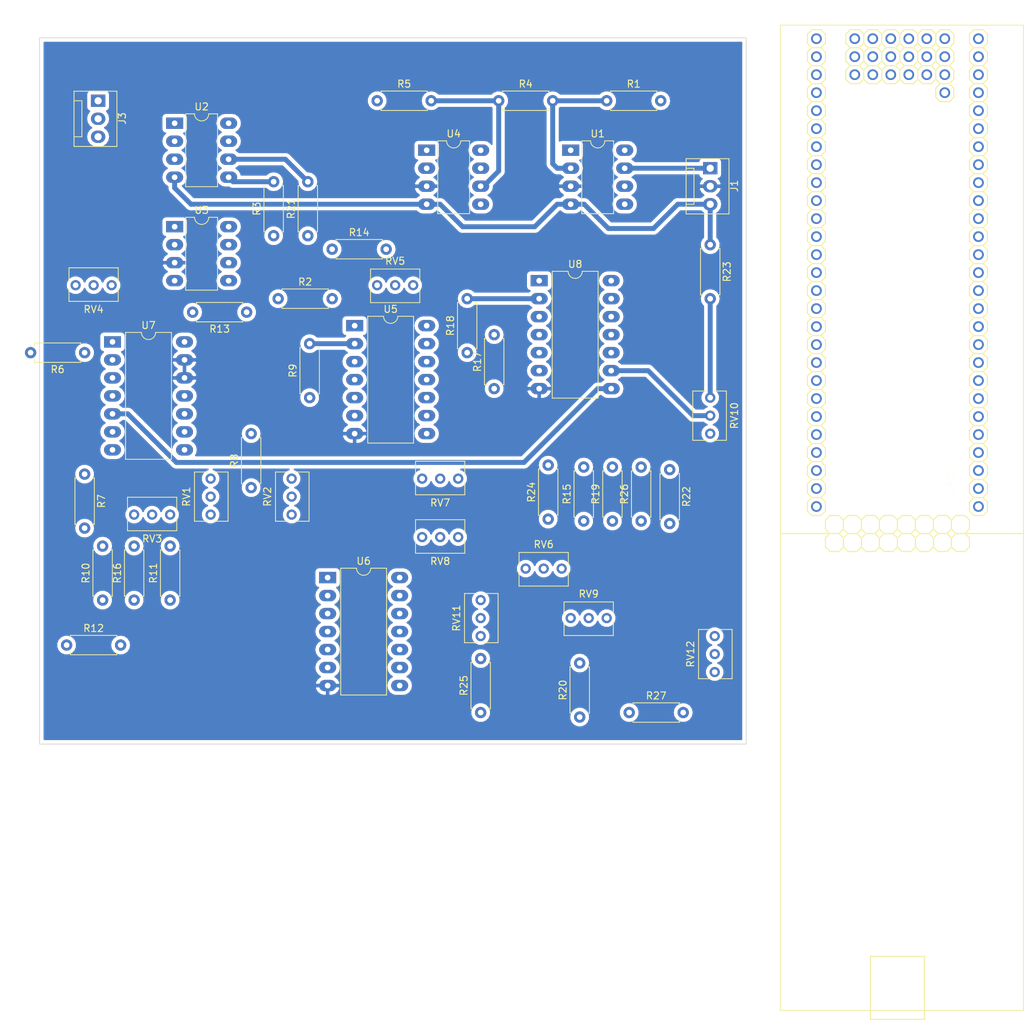
<source format=kicad_pcb>
(kicad_pcb (version 20171130) (host pcbnew "(5.0.2)-1")
  (layers (0 F.Cu signal) (31 B.Cu signal) (34 B.Paste user) (35 F.Paste user) (36 B.SilkS user) (37 F.SilkS user) (38 B.Mask user) (39 F.Mask user) (44 Edge.Cuts user))
  (net 0 "")
  (net 1 -5V)
  (net 2 GND)
  (net 3 +5V)
  (net 4 "Net-(J3-Pad3)")
  (net 5 "Net-(J3-Pad2)")
  (net 6 "Net-(J3-Pad1)")
  (net 7 "Net-(LPC1-Pad73)")
  (net 8 "Net-(LPC1-Pad72)")
  (net 9 "Net-(LPC1-Pad71)")
  (net 10 "Net-(LPC1-Pad70)")
  (net 11 "Net-(LPC1-Pad69)")
  (net 12 "Net-(LPC1-Pad68)")
  (net 13 "Net-(LPC1-Pad67)")
  (net 14 "Net-(LPC1-Pad66)")
  (net 15 "Net-(LPC1-Pad65)")
  (net 16 "Net-(LPC1-Pad64)")
  (net 17 "Net-(LPC1-Pad63)")
  (net 18 "Net-(LPC1-Pad62)")
  (net 19 "Net-(LPC1-Pad61)")
  (net 20 "Net-(LPC1-Pad60)")
  (net 21 "Net-(LPC1-Pad59)")
  (net 22 "Net-(LPC1-Pad58)")
  (net 23 "Net-(LPC1-Pad57)")
  (net 24 "Net-(LPC1-Pad56)")
  (net 25 "Net-(LPC1-Pad55)")
  (net 26 "Net-(LPC1-Pad54)")
  (net 27 "Net-(LPC1-Pad53)")
  (net 28 "Net-(LPC1-Pad52)")
  (net 29 "Net-(LPC1-Pad51)")
  (net 30 "Net-(LPC1-Pad50)")
  (net 31 "Net-(LPC1-Pad49)")
  (net 32 "Net-(LPC1-Pad48)")
  (net 33 "Net-(LPC1-Pad47)")
  (net 34 "Net-(LPC1-Pad46)")
  (net 35 "Net-(LPC1-Pad45)")
  (net 36 "Net-(LPC1-Pad44)")
  (net 37 "Net-(LPC1-Pad43)")
  (net 38 "Net-(LPC1-Pad42)")
  (net 39 "Net-(LPC1-Pad41)")
  (net 40 "Net-(LPC1-Pad40)")
  (net 41 "Net-(LPC1-Pad39)")
  (net 42 "Net-(LPC1-Pad38)")
  (net 43 "Net-(LPC1-Pad37)")
  (net 44 "Net-(LPC1-Pad36)")
  (net 45 "Net-(LPC1-Pad35)")
  (net 46 "Net-(LPC1-Pad34)")
  (net 47 "Net-(LPC1-Pad33)")
  (net 48 "Net-(LPC1-Pad32)")
  (net 49 "Net-(LPC1-Pad31)")
  (net 50 "Net-(LPC1-Pad30)")
  (net 51 "Net-(LPC1-Pad29)")
  (net 52 /LPC/3.3V)
  (net 53 "Net-(LPC1-Pad27)")
  (net 54 "Net-(LPC1-Pad26)")
  (net 55 "Net-(LPC1-Pad25)")
  (net 56 "Net-(LPC1-Pad24)")
  (net 57 "Net-(LPC1-Pad23)")
  (net 58 "Net-(LPC1-Pad22)")
  (net 59 "Net-(LPC1-Pad21)")
  (net 60 "Net-(LPC1-Pad20)")
  (net 61 "Net-(LPC1-Pad19)")
  (net 62 "Net-(LPC1-Pad18)")
  (net 63 "Net-(LPC1-Pad17)")
  (net 64 "Net-(LPC1-Pad16)")
  (net 65 "Net-(LPC1-Pad15)")
  (net 66 "Net-(LPC1-Pad14)")
  (net 67 "Net-(LPC1-Pad13)")
  (net 68 "Net-(LPC1-Pad12)")
  (net 69 "Net-(LPC1-Pad11)")
  (net 70 "Net-(LPC1-Pad10)")
  (net 71 "Net-(LPC1-Pad9)")
  (net 72 "Net-(LPC1-Pad8)")
  (net 73 "Net-(LPC1-Pad7)")
  (net 74 "Net-(LPC1-Pad6)")
  (net 75 "Net-(LPC1-Pad5)")
  (net 76 "Net-(LPC1-Pad4)")
  (net 77 "Net-(LPC1-Pad3)")
  (net 78 "Net-(LPC1-Pad2)")
  (net 79 /LPC/GND)
  (net 80 /salida_dac/I_IN)
  (net 81 "Net-(R1-Pad1)")
  (net 82 /salida_dac/VIN)
  (net 83 "Net-(R2-Pad1)")
  (net 84 "Net-(R3-Pad2)")
  (net 85 "Net-(R4-Pad1)")
  (net 86 /salida_dac/DAC1)
  (net 87 "Net-(R6-Pad1)")
  (net 88 "Net-(R7-Pad2)")
  (net 89 "Net-(R7-Pad1)")
  (net 90 "Net-(R8-Pad2)")
  (net 91 "Net-(R8-Pad1)")
  (net 92 "Net-(R9-Pad2)")
  (net 93 "Net-(R9-Pad1)")
  (net 94 "Net-(R10-Pad1)")
  (net 95 "Net-(R11-Pad2)")
  (net 96 "Net-(R12-Pad2)")
  (net 97 "Net-(R12-Pad1)")
  (net 98 "Net-(R13-Pad2)")
  (net 99 "Net-(R13-Pad1)")
  (net 100 "Net-(R14-Pad1)")
  (net 101 "Net-(R15-Pad1)")
  (net 102 "Net-(R16-Pad2)")
  (net 103 "Net-(R17-Pad2)")
  (net 104 "Net-(R17-Pad1)")
  (net 105 "Net-(R18-Pad2)")
  (net 106 "Net-(R18-Pad1)")
  (net 107 "Net-(R19-Pad1)")
  (net 108 "Net-(R20-Pad2)")
  (net 109 /salida_dac/V_IN)
  (net 110 "Net-(R21-Pad1)")
  (net 111 "Net-(R22-Pad1)")
  (net 112 "Net-(R23-Pad2)")
  (net 113 "Net-(R24-Pad1)")
  (net 114 "Net-(R25-Pad2)")
  (net 115 "Net-(R26-Pad1)")
  (net 116 "Net-(R27-Pad2)")
  (net 117 "Net-(RV3-Pad2)")
  (net 118 "Net-(RV6-Pad2)")
  (net 119 "Net-(RV9-Pad2)")
  (net 120 "Net-(RV10-Pad2)")
  (net 121 "Net-(RV11-Pad2)")
  (net 122 "Net-(RV12-Pad2)")
  (net 123 "Net-(U1-Pad8)")
  (net 124 "Net-(U1-Pad5)")
  (net 125 "Net-(U1-Pad1)")
  (net 126 "Net-(U3-Pad8)")
  (net 127 "Net-(U3-Pad5)")
  (net 128 "Net-(U3-Pad1)")
  (net 129 "Net-(U4-Pad8)")
  (net 130 "Net-(U4-Pad5)")
  (net 131 "Net-(U4-Pad1)")
  (net 132 /salida_dac/SW_I_GAIN2)
  (net 133 /salida_dac/OFF_I_1)
  (net 134 /salida_dac/OFF_I_2)
  (net 135 /salida_dac/SW_I_GAIN1)
  (net 136 /salida_dac/I_ADC)
  (net 137 "Net-(U5-Pad10)")
  (net 138 /salida_dac/SW_GAIN2)
  (net 139 /salida_dac/SW_GAIN1)
  (net 140 "Net-(U7-Pad14)")
  (net 141 /salida_dac/V_ADC)
  (net 142 "Net-(U7-Pad5)")
  (net 143 /salida_dac/SW_V_GAIN2)
  (net 144 /salida_dac/OFF_V_1)
  (net 145 /salida_dac/OFF_V_2)
  (net 146 /salida_dac/SW_V_GAIN1)
  (module Package_DIP:DIP-14_W10.16mm_LongPads (layer F.Cu) (at 387.985 123.19)
    (fp_text reference U8 (at 5.08 -2.33) (layer F.SilkS))
    (fp_text value 4016)
    (pad 14 thru_hole oval (at 10.16 0) (size 2.4 1.6) (drill 0.8) (layers *.Cu *.Mask) (net 3 +5V))
    (pad 7 thru_hole oval (at 0 15.24) (size 2.4 1.6) (drill 0.8) (layers *.Cu *.Mask) (net 2 GND))
    (pad 13 thru_hole oval (at 10.16 2.54) (size 2.4 1.6) (drill 0.8) (layers *.Cu *.Mask) (net 143 /salida_dac/SW_V_GAIN2))
    (pad 6 thru_hole oval (at 0 12.7) (size 2.4 1.6) (drill 0.8) (layers *.Cu *.Mask) (net 144 /salida_dac/OFF_V_1))
    (pad 12 thru_hole oval (at 10.16 5.08) (size 2.4 1.6) (drill 0.8) (layers *.Cu *.Mask) (net 145 /salida_dac/OFF_V_2))
    (pad 5 thru_hole oval (at 0 10.16) (size 2.4 1.6) (drill 0.8) (layers *.Cu *.Mask) (net 146 /salida_dac/SW_V_GAIN1))
    (pad 11 thru_hole oval (at 10.16 7.62) (size 2.4 1.6) (drill 0.8) (layers *.Cu *.Mask) (net 119 "Net-(RV9-Pad2)"))
    (pad 4 thru_hole oval (at 0 7.62) (size 2.4 1.6) (drill 0.8) (layers *.Cu *.Mask) (net 103 "Net-(R17-Pad2)"))
    (pad 10 thru_hole oval (at 10.16 10.16) (size 2.4 1.6) (drill 0.8) (layers *.Cu *.Mask) (net 142 "Net-(U7-Pad5)"))
    (pad 3 thru_hole oval (at 0 5.08) (size 2.4 1.6) (drill 0.8) (layers *.Cu *.Mask) (net 141 /salida_dac/V_ADC))
    (pad 9 thru_hole oval (at 10.16 12.7) (size 2.4 1.6) (drill 0.8) (layers *.Cu *.Mask) (net 120 "Net-(RV10-Pad2)"))
    (pad 2 thru_hole oval (at 0 2.54) (size 2.4 1.6) (drill 0.8) (layers *.Cu *.Mask) (net 105 "Net-(R18-Pad2)"))
    (pad 8 thru_hole oval (at 10.16 15.24) (size 2.4 1.6) (drill 0.8) (layers *.Cu *.Mask) (net 142 "Net-(U7-Pad5)"))
    (pad 1 thru_hole rect (at 0 0) (size 2.4 1.6) (drill 0.8) (layers *.Cu *.Mask) (net 141 /salida_dac/V_ADC))
  )
  (module Package_DIP:DIP-14_W10.16mm_LongPads (layer F.Cu) (at 327.785 131.825)
    (fp_text reference U7 (at 5.08 -2.33) (layer F.SilkS))
    (fp_text value TL064)
    (pad 14 thru_hole oval (at 10.16 0) (size 2.4 1.6) (drill 0.8) (layers *.Cu *.Mask) (net 140 "Net-(U7-Pad14)"))
    (pad 7 thru_hole oval (at 0 15.24) (size 2.4 1.6) (drill 0.8) (layers *.Cu *.Mask) (net 141 /salida_dac/V_ADC))
    (pad 13 thru_hole oval (at 10.16 2.54) (size 2.4 1.6) (drill 0.8) (layers *.Cu *.Mask) (net 2 GND))
    (pad 6 thru_hole oval (at 0 12.7) (size 2.4 1.6) (drill 0.8) (layers *.Cu *.Mask) (net 110 "Net-(R21-Pad1)"))
    (pad 12 thru_hole oval (at 10.16 5.08) (size 2.4 1.6) (drill 0.8) (layers *.Cu *.Mask) (net 2 GND))
    (pad 5 thru_hole oval (at 0 10.16) (size 2.4 1.6) (drill 0.8) (layers *.Cu *.Mask) (net 142 "Net-(U7-Pad5)"))
    (pad 11 thru_hole oval (at 10.16 7.62) (size 2.4 1.6) (drill 0.8) (layers *.Cu *.Mask) (net 1 -5V))
    (pad 4 thru_hole oval (at 0 7.62) (size 2.4 1.6) (drill 0.8) (layers *.Cu *.Mask) (net 3 +5V))
    (pad 10 thru_hole oval (at 10.16 10.16) (size 2.4 1.6) (drill 0.8) (layers *.Cu *.Mask) (net 137 "Net-(U5-Pad10)"))
    (pad 3 thru_hole oval (at 0 5.08) (size 2.4 1.6) (drill 0.8) (layers *.Cu *.Mask) (net 89 "Net-(R7-Pad1)"))
    (pad 9 thru_hole oval (at 10.16 12.7) (size 2.4 1.6) (drill 0.8) (layers *.Cu *.Mask) (net 100 "Net-(R14-Pad1)"))
    (pad 2 thru_hole oval (at 0 2.54) (size 2.4 1.6) (drill 0.8) (layers *.Cu *.Mask) (net 87 "Net-(R6-Pad1)"))
    (pad 8 thru_hole oval (at 10.16 15.24) (size 2.4 1.6) (drill 0.8) (layers *.Cu *.Mask) (net 136 /salida_dac/I_ADC))
    (pad 1 thru_hole rect (at 0 0) (size 2.4 1.6) (drill 0.8) (layers *.Cu *.Mask) (net 82 /salida_dac/VIN))
  )
  (module Package_DIP:DIP-14_W10.16mm_LongPads (layer F.Cu) (at 358.14 165.1)
    (fp_text reference U6 (at 5.08 -2.33) (layer F.SilkS))
    (fp_text value 4016)
    (pad 14 thru_hole oval (at 10.16 0) (size 2.4 1.6) (drill 0.8) (layers *.Cu *.Mask) (net 3 +5V))
    (pad 7 thru_hole oval (at 0 15.24) (size 2.4 1.6) (drill 0.8) (layers *.Cu *.Mask) (net 2 GND))
    (pad 13 thru_hole oval (at 10.16 2.54) (size 2.4 1.6) (drill 0.8) (layers *.Cu *.Mask) (net 138 /salida_dac/SW_GAIN2))
    (pad 6 thru_hole oval (at 0 12.7) (size 2.4 1.6) (drill 0.8) (layers *.Cu *.Mask) (net 133 /salida_dac/OFF_I_1))
    (pad 12 thru_hole oval (at 10.16 5.08) (size 2.4 1.6) (drill 0.8) (layers *.Cu *.Mask) (net 134 /salida_dac/OFF_I_2))
    (pad 5 thru_hole oval (at 0 10.16) (size 2.4 1.6) (drill 0.8) (layers *.Cu *.Mask) (net 139 /salida_dac/SW_GAIN1))
    (pad 11 thru_hole oval (at 10.16 7.62) (size 2.4 1.6) (drill 0.8) (layers *.Cu *.Mask) (net 121 "Net-(RV11-Pad2)"))
    (pad 4 thru_hole oval (at 0 7.62) (size 2.4 1.6) (drill 0.8) (layers *.Cu *.Mask) (net 96 "Net-(R12-Pad2)"))
    (pad 10 thru_hole oval (at 10.16 10.16) (size 2.4 1.6) (drill 0.8) (layers *.Cu *.Mask) (net 88 "Net-(R7-Pad2)"))
    (pad 3 thru_hole oval (at 0 5.08) (size 2.4 1.6) (drill 0.8) (layers *.Cu *.Mask) (net 87 "Net-(R6-Pad1)"))
    (pad 9 thru_hole oval (at 10.16 12.7) (size 2.4 1.6) (drill 0.8) (layers *.Cu *.Mask) (net 88 "Net-(R7-Pad2)"))
    (pad 2 thru_hole oval (at 0 2.54) (size 2.4 1.6) (drill 0.8) (layers *.Cu *.Mask) (net 98 "Net-(R13-Pad2)"))
    (pad 8 thru_hole oval (at 10.16 15.24) (size 2.4 1.6) (drill 0.8) (layers *.Cu *.Mask) (net 122 "Net-(RV12-Pad2)"))
    (pad 1 thru_hole rect (at 0 0) (size 2.4 1.6) (drill 0.8) (layers *.Cu *.Mask) (net 87 "Net-(R6-Pad1)"))
  )
  (module Package_DIP:DIP-14_W10.16mm_LongPads (layer F.Cu) (at 361.95 129.54)
    (fp_text reference U5 (at 5.08 -2.33) (layer F.SilkS))
    (fp_text value 4016)
    (pad 14 thru_hole oval (at 10.16 0) (size 2.4 1.6) (drill 0.8) (layers *.Cu *.Mask) (net 3 +5V))
    (pad 7 thru_hole oval (at 0 15.24) (size 2.4 1.6) (drill 0.8) (layers *.Cu *.Mask) (net 2 GND))
    (pad 13 thru_hole oval (at 10.16 2.54) (size 2.4 1.6) (drill 0.8) (layers *.Cu *.Mask) (net 132 /salida_dac/SW_I_GAIN2))
    (pad 6 thru_hole oval (at 0 12.7) (size 2.4 1.6) (drill 0.8) (layers *.Cu *.Mask) (net 133 /salida_dac/OFF_I_1))
    (pad 12 thru_hole oval (at 10.16 5.08) (size 2.4 1.6) (drill 0.8) (layers *.Cu *.Mask) (net 134 /salida_dac/OFF_I_2))
    (pad 5 thru_hole oval (at 0 10.16) (size 2.4 1.6) (drill 0.8) (layers *.Cu *.Mask) (net 135 /salida_dac/SW_I_GAIN1))
    (pad 11 thru_hole oval (at 10.16 7.62) (size 2.4 1.6) (drill 0.8) (layers *.Cu *.Mask) (net 117 "Net-(RV3-Pad2)"))
    (pad 4 thru_hole oval (at 0 7.62) (size 2.4 1.6) (drill 0.8) (layers *.Cu *.Mask) (net 136 /salida_dac/I_ADC))
    (pad 10 thru_hole oval (at 10.16 10.16) (size 2.4 1.6) (drill 0.8) (layers *.Cu *.Mask) (net 137 "Net-(U5-Pad10)"))
    (pad 3 thru_hole oval (at 0 5.08) (size 2.4 1.6) (drill 0.8) (layers *.Cu *.Mask) (net 90 "Net-(R8-Pad2)"))
    (pad 9 thru_hole oval (at 10.16 12.7) (size 2.4 1.6) (drill 0.8) (layers *.Cu *.Mask) (net 118 "Net-(RV6-Pad2)"))
    (pad 2 thru_hole oval (at 0 2.54) (size 2.4 1.6) (drill 0.8) (layers *.Cu *.Mask) (net 92 "Net-(R9-Pad2)"))
    (pad 8 thru_hole oval (at 10.16 15.24) (size 2.4 1.6) (drill 0.8) (layers *.Cu *.Mask) (net 137 "Net-(U5-Pad10)"))
    (pad 1 thru_hole rect (at 0 0) (size 2.4 1.6) (drill 0.8) (layers *.Cu *.Mask) (net 136 /salida_dac/I_ADC))
  )
  (module Package_DIP:DIP-8_W7.62mm_LongPads (layer F.Cu) (at 372.11 104.775)
    (fp_text reference U4 (at 3.81 -2.33) (layer F.SilkS))
    (fp_text value OP77)
    (pad 8 thru_hole oval (at 7.62 0) (size 2.4 1.6) (drill 0.8) (layers *.Cu *.Mask) (net 129 "Net-(U4-Pad8)"))
    (pad 4 thru_hole oval (at 0 7.62) (size 2.4 1.6) (drill 0.8) (layers *.Cu *.Mask) (net 1 -5V))
    (pad 7 thru_hole oval (at 7.62 2.54) (size 2.4 1.6) (drill 0.8) (layers *.Cu *.Mask) (net 3 +5V))
    (pad 3 thru_hole oval (at 0 5.08) (size 2.4 1.6) (drill 0.8) (layers *.Cu *.Mask) (net 2 GND))
    (pad 6 thru_hole oval (at 7.62 5.08) (size 2.4 1.6) (drill 0.8) (layers *.Cu *.Mask) (net 85 "Net-(R4-Pad1)"))
    (pad 2 thru_hole oval (at 0 2.54) (size 2.4 1.6) (drill 0.8) (layers *.Cu *.Mask) (net 6 "Net-(J3-Pad1)"))
    (pad 5 thru_hole oval (at 7.62 7.62) (size 2.4 1.6) (drill 0.8) (layers *.Cu *.Mask) (net 130 "Net-(U4-Pad5)"))
    (pad 1 thru_hole rect (at 0 0) (size 2.4 1.6) (drill 0.8) (layers *.Cu *.Mask) (net 131 "Net-(U4-Pad1)"))
  )
  (module Package_DIP:DIP-8_W7.62mm_LongPads (layer F.Cu) (at 336.55 115.57)
    (fp_text reference U3 (at 3.81 -2.33) (layer F.SilkS))
    (fp_text value OP77)
    (pad 8 thru_hole oval (at 7.62 0) (size 2.4 1.6) (drill 0.8) (layers *.Cu *.Mask) (net 126 "Net-(U3-Pad8)"))
    (pad 4 thru_hole oval (at 0 7.62) (size 2.4 1.6) (drill 0.8) (layers *.Cu *.Mask) (net 1 -5V))
    (pad 7 thru_hole oval (at 7.62 2.54) (size 2.4 1.6) (drill 0.8) (layers *.Cu *.Mask) (net 3 +5V))
    (pad 3 thru_hole oval (at 0 5.08) (size 2.4 1.6) (drill 0.8) (layers *.Cu *.Mask) (net 2 GND))
    (pad 6 thru_hole oval (at 7.62 5.08) (size 2.4 1.6) (drill 0.8) (layers *.Cu *.Mask) (net 4 "Net-(J3-Pad3)"))
    (pad 2 thru_hole oval (at 0 2.54) (size 2.4 1.6) (drill 0.8) (layers *.Cu *.Mask) (net 83 "Net-(R2-Pad1)"))
    (pad 5 thru_hole oval (at 7.62 7.62) (size 2.4 1.6) (drill 0.8) (layers *.Cu *.Mask) (net 127 "Net-(U3-Pad5)"))
    (pad 1 thru_hole rect (at 0 0) (size 2.4 1.6) (drill 0.8) (layers *.Cu *.Mask) (net 128 "Net-(U3-Pad1)"))
  )
  (module Package_DIP:DIP-8_W7.62mm_LongPads (layer F.Cu) (at 336.55 100.965)
    (fp_text reference U2 (at 3.81 -2.33) (layer F.SilkS))
    (fp_text value TL082)
    (pad 8 thru_hole oval (at 7.62 0) (size 2.4 1.6) (drill 0.8) (layers *.Cu *.Mask) (net 3 +5V))
    (pad 4 thru_hole oval (at 0 7.62) (size 2.4 1.6) (drill 0.8) (layers *.Cu *.Mask) (net 1 -5V))
    (pad 7 thru_hole oval (at 7.62 2.54) (size 2.4 1.6) (drill 0.8) (layers *.Cu *.Mask) (net 109 /salida_dac/V_IN))
    (pad 3 thru_hole oval (at 0 5.08) (size 2.4 1.6) (drill 0.8) (layers *.Cu *.Mask) (net 5 "Net-(J3-Pad2)"))
    (pad 6 thru_hole oval (at 7.62 5.08) (size 2.4 1.6) (drill 0.8) (layers *.Cu *.Mask) (net 109 /salida_dac/V_IN))
    (pad 2 thru_hole oval (at 0 2.54) (size 2.4 1.6) (drill 0.8) (layers *.Cu *.Mask) (net 84 "Net-(R3-Pad2)"))
    (pad 5 thru_hole oval (at 7.62 7.62) (size 2.4 1.6) (drill 0.8) (layers *.Cu *.Mask) (net 84 "Net-(R3-Pad2)"))
    (pad 1 thru_hole rect (at 0 0) (size 2.4 1.6) (drill 0.8) (layers *.Cu *.Mask) (net 84 "Net-(R3-Pad2)"))
  )
  (module Package_DIP:DIP-8_W7.62mm_LongPads (layer F.Cu) (at 392.43 104.775)
    (fp_text reference U1 (at 3.81 -2.33) (layer F.SilkS))
    (fp_text value OP77)
    (pad 8 thru_hole oval (at 7.62 0) (size 2.4 1.6) (drill 0.8) (layers *.Cu *.Mask) (net 123 "Net-(U1-Pad8)"))
    (pad 4 thru_hole oval (at 0 7.62) (size 2.4 1.6) (drill 0.8) (layers *.Cu *.Mask) (net 1 -5V))
    (pad 7 thru_hole oval (at 7.62 2.54) (size 2.4 1.6) (drill 0.8) (layers *.Cu *.Mask) (net 3 +5V))
    (pad 3 thru_hole oval (at 0 5.08) (size 2.4 1.6) (drill 0.8) (layers *.Cu *.Mask) (net 2 GND))
    (pad 6 thru_hole oval (at 7.62 5.08) (size 2.4 1.6) (drill 0.8) (layers *.Cu *.Mask) (net 80 /salida_dac/I_IN))
    (pad 2 thru_hole oval (at 0 2.54) (size 2.4 1.6) (drill 0.8) (layers *.Cu *.Mask) (net 81 "Net-(R1-Pad1)"))
    (pad 5 thru_hole oval (at 7.62 7.62) (size 2.4 1.6) (drill 0.8) (layers *.Cu *.Mask) (net 124 "Net-(U1-Pad5)"))
    (pad 1 thru_hole rect (at 0 0) (size 2.4 1.6) (drill 0.8) (layers *.Cu *.Mask) (net 125 "Net-(U1-Pad1)"))
  )
  (module Potentiometer_THT:Potentiometer_Bourns_3266Y_Vertical (layer F.Cu) (at 412.75 173.355 90)
    (fp_text reference RV12 (at -2.54 -3.41 90) (layer F.SilkS))
    (fp_text value R_POT)
    (pad 3 thru_hole circle (at -5.08 0 90) (size 1.44 1.44) (drill 0.8) (layers *.Cu *.Mask) (net 116 "Net-(R27-Pad2)"))
    (pad 2 thru_hole circle (at -2.54 0 90) (size 1.44 1.44) (drill 0.8) (layers *.Cu *.Mask) (net 122 "Net-(RV12-Pad2)"))
    (pad 1 thru_hole circle (at 0 0 90) (size 1.44 1.44) (drill 0.8) (layers *.Cu *.Mask) (net 115 "Net-(R26-Pad1)"))
  )
  (module Potentiometer_THT:Potentiometer_Bourns_3266Y_Vertical (layer F.Cu) (at 379.73 168.275 90)
    (fp_text reference RV11 (at -2.54 -3.41 90) (layer F.SilkS))
    (fp_text value R_POT)
    (pad 3 thru_hole circle (at -5.08 0 90) (size 1.44 1.44) (drill 0.8) (layers *.Cu *.Mask) (net 114 "Net-(R25-Pad2)"))
    (pad 2 thru_hole circle (at -2.54 0 90) (size 1.44 1.44) (drill 0.8) (layers *.Cu *.Mask) (net 121 "Net-(RV11-Pad2)"))
    (pad 1 thru_hole circle (at 0 0 90) (size 1.44 1.44) (drill 0.8) (layers *.Cu *.Mask) (net 113 "Net-(R24-Pad1)"))
  )
  (module Potentiometer_THT:Potentiometer_Bourns_3266Y_Vertical (layer F.Cu) (at 412.115 144.78 270)
    (fp_text reference RV10 (at -2.54 -3.41 90) (layer F.SilkS))
    (fp_text value R_POT)
    (pad 3 thru_hole circle (at -5.08 0 270) (size 1.44 1.44) (drill 0.8) (layers *.Cu *.Mask) (net 112 "Net-(R23-Pad2)"))
    (pad 2 thru_hole circle (at -2.54 0 270) (size 1.44 1.44) (drill 0.8) (layers *.Cu *.Mask) (net 120 "Net-(RV10-Pad2)"))
    (pad 1 thru_hole circle (at 0 0 270) (size 1.44 1.44) (drill 0.8) (layers *.Cu *.Mask) (net 111 "Net-(R22-Pad1)"))
  )
  (module Potentiometer_THT:Potentiometer_Bourns_3266Y_Vertical (layer F.Cu) (at 397.51 170.815)
    (fp_text reference RV9 (at -2.54 -3.41) (layer F.SilkS))
    (fp_text value R_POT)
    (pad 3 thru_hole circle (at -5.08 0) (size 1.44 1.44) (drill 0.8) (layers *.Cu *.Mask) (net 108 "Net-(R20-Pad2)"))
    (pad 2 thru_hole circle (at -2.54 0) (size 1.44 1.44) (drill 0.8) (layers *.Cu *.Mask) (net 119 "Net-(RV9-Pad2)"))
    (pad 1 thru_hole circle (at 0 0) (size 1.44 1.44) (drill 0.8) (layers *.Cu *.Mask) (net 107 "Net-(R19-Pad1)"))
  )
  (module Potentiometer_THT:Potentiometer_Bourns_3266Y_Vertical (layer F.Cu) (at 371.475 159.385 180)
    (fp_text reference RV8 (at -2.54 -3.41) (layer F.SilkS))
    (fp_text value R_POT)
    (pad 3 thru_hole circle (at -5.08 0 180) (size 1.44 1.44) (drill 0.8) (layers *.Cu *.Mask) (net 110 "Net-(R21-Pad1)"))
    (pad 2 thru_hole circle (at -2.54 0 180) (size 1.44 1.44) (drill 0.8) (layers *.Cu *.Mask) (net 110 "Net-(R21-Pad1)"))
    (pad 1 thru_hole circle (at 0 0 180) (size 1.44 1.44) (drill 0.8) (layers *.Cu *.Mask) (net 106 "Net-(R18-Pad1)"))
  )
  (module Potentiometer_THT:Potentiometer_Bourns_3266Y_Vertical (layer F.Cu) (at 371.475 151.13 180)
    (fp_text reference RV7 (at -2.54 -3.41) (layer F.SilkS))
    (fp_text value R_POT)
    (pad 3 thru_hole circle (at -5.08 0 180) (size 1.44 1.44) (drill 0.8) (layers *.Cu *.Mask) (net 110 "Net-(R21-Pad1)"))
    (pad 2 thru_hole circle (at -2.54 0 180) (size 1.44 1.44) (drill 0.8) (layers *.Cu *.Mask) (net 110 "Net-(R21-Pad1)"))
    (pad 1 thru_hole circle (at 0 0 180) (size 1.44 1.44) (drill 0.8) (layers *.Cu *.Mask) (net 104 "Net-(R17-Pad1)"))
  )
  (module Potentiometer_THT:Potentiometer_Bourns_3266Y_Vertical (layer F.Cu) (at 391.16 163.83)
    (fp_text reference RV6 (at -2.54 -3.41) (layer F.SilkS))
    (fp_text value R_POT)
    (pad 3 thru_hole circle (at -5.08 0) (size 1.44 1.44) (drill 0.8) (layers *.Cu *.Mask) (net 102 "Net-(R16-Pad2)"))
    (pad 2 thru_hole circle (at -2.54 0) (size 1.44 1.44) (drill 0.8) (layers *.Cu *.Mask) (net 118 "Net-(RV6-Pad2)"))
    (pad 1 thru_hole circle (at 0 0) (size 1.44 1.44) (drill 0.8) (layers *.Cu *.Mask) (net 101 "Net-(R15-Pad1)"))
  )
  (module Potentiometer_THT:Potentiometer_Bourns_3266Y_Vertical (layer F.Cu) (at 370.205 123.825)
    (fp_text reference RV5 (at -2.54 -3.41) (layer F.SilkS))
    (fp_text value R_POT)
    (pad 3 thru_hole circle (at -5.08 0) (size 1.44 1.44) (drill 0.8) (layers *.Cu *.Mask) (net 82 /salida_dac/VIN))
    (pad 2 thru_hole circle (at -2.54 0) (size 1.44 1.44) (drill 0.8) (layers *.Cu *.Mask) (net 82 /salida_dac/VIN))
    (pad 1 thru_hole circle (at 0 0) (size 1.44 1.44) (drill 0.8) (layers *.Cu *.Mask) (net 99 "Net-(R13-Pad1)"))
  )
  (module Potentiometer_THT:Potentiometer_Bourns_3266Y_Vertical (layer F.Cu) (at 322.58 123.825 180)
    (fp_text reference RV4 (at -2.54 -3.41) (layer F.SilkS))
    (fp_text value R_POT)
    (pad 3 thru_hole circle (at -5.08 0 180) (size 1.44 1.44) (drill 0.8) (layers *.Cu *.Mask) (net 82 /salida_dac/VIN))
    (pad 2 thru_hole circle (at -2.54 0 180) (size 1.44 1.44) (drill 0.8) (layers *.Cu *.Mask) (net 82 /salida_dac/VIN))
    (pad 1 thru_hole circle (at 0 0 180) (size 1.44 1.44) (drill 0.8) (layers *.Cu *.Mask) (net 97 "Net-(R12-Pad1)"))
  )
  (module Potentiometer_THT:Potentiometer_Bourns_3266Y_Vertical (layer F.Cu) (at 330.835 156.21 180)
    (fp_text reference RV3 (at -2.54 -3.41) (layer F.SilkS))
    (fp_text value R_POT)
    (pad 3 thru_hole circle (at -5.08 0 180) (size 1.44 1.44) (drill 0.8) (layers *.Cu *.Mask) (net 95 "Net-(R11-Pad2)"))
    (pad 2 thru_hole circle (at -2.54 0 180) (size 1.44 1.44) (drill 0.8) (layers *.Cu *.Mask) (net 117 "Net-(RV3-Pad2)"))
    (pad 1 thru_hole circle (at 0 0 180) (size 1.44 1.44) (drill 0.8) (layers *.Cu *.Mask) (net 94 "Net-(R10-Pad1)"))
  )
  (module Potentiometer_THT:Potentiometer_Bourns_3266Y_Vertical (layer F.Cu) (at 353.06 151.13 90)
    (fp_text reference RV2 (at -2.54 -3.41 90) (layer F.SilkS))
    (fp_text value R_POT)
    (pad 3 thru_hole circle (at -5.08 0 90) (size 1.44 1.44) (drill 0.8) (layers *.Cu *.Mask) (net 100 "Net-(R14-Pad1)"))
    (pad 2 thru_hole circle (at -2.54 0 90) (size 1.44 1.44) (drill 0.8) (layers *.Cu *.Mask) (net 100 "Net-(R14-Pad1)"))
    (pad 1 thru_hole circle (at 0 0 90) (size 1.44 1.44) (drill 0.8) (layers *.Cu *.Mask) (net 93 "Net-(R9-Pad1)"))
  )
  (module Potentiometer_THT:Potentiometer_Bourns_3266Y_Vertical (layer F.Cu) (at 341.63 151.13 90)
    (fp_text reference RV1 (at -2.54 -3.41 90) (layer F.SilkS))
    (fp_text value R_POT)
    (pad 3 thru_hole circle (at -5.08 0 90) (size 1.44 1.44) (drill 0.8) (layers *.Cu *.Mask) (net 100 "Net-(R14-Pad1)"))
    (pad 2 thru_hole circle (at -2.54 0 90) (size 1.44 1.44) (drill 0.8) (layers *.Cu *.Mask) (net 100 "Net-(R14-Pad1)"))
    (pad 1 thru_hole circle (at 0 0 90) (size 1.44 1.44) (drill 0.8) (layers *.Cu *.Mask) (net 91 "Net-(R8-Pad1)"))
  )
  (module Resistor_THT:R_Axial_DIN0207_L6.3mm_D2.5mm_P7.62mm_Horizontal (layer F.Cu) (at 400.685 184.15)
    (fp_text reference R27 (at 3.81 -2.37) (layer F.SilkS))
    (fp_text value R)
    (pad 2 thru_hole oval (at 7.62 0) (size 1.6 1.6) (drill 0.8) (layers *.Cu *.Mask) (net 116 "Net-(R27-Pad2)"))
    (pad 1 thru_hole circle (at 0 0) (size 1.6 1.6) (drill 0.8) (layers *.Cu *.Mask) (net 1 -5V))
  )
  (module Resistor_THT:R_Axial_DIN0207_L6.3mm_D2.5mm_P7.62mm_Horizontal (layer F.Cu) (at 402.37 157.115 90)
    (fp_text reference R26 (at 3.81 -2.37 90) (layer F.SilkS))
    (fp_text value R)
    (pad 2 thru_hole oval (at 7.62 0 90) (size 1.6 1.6) (drill 0.8) (layers *.Cu *.Mask) (net 3 +5V))
    (pad 1 thru_hole circle (at 0 0 90) (size 1.6 1.6) (drill 0.8) (layers *.Cu *.Mask) (net 115 "Net-(R26-Pad1)"))
  )
  (module Resistor_THT:R_Axial_DIN0207_L6.3mm_D2.5mm_P7.62mm_Horizontal (layer F.Cu) (at 379.73 184.15 90)
    (fp_text reference R25 (at 3.81 -2.37 90) (layer F.SilkS))
    (fp_text value R)
    (pad 2 thru_hole oval (at 7.62 0 90) (size 1.6 1.6) (drill 0.8) (layers *.Cu *.Mask) (net 114 "Net-(R25-Pad2)"))
    (pad 1 thru_hole circle (at 0 0 90) (size 1.6 1.6) (drill 0.8) (layers *.Cu *.Mask) (net 1 -5V))
  )
  (module Resistor_THT:R_Axial_DIN0207_L6.3mm_D2.5mm_P7.62mm_Horizontal (layer F.Cu) (at 389.255 156.845 90)
    (fp_text reference R24 (at 3.81 -2.37 90) (layer F.SilkS))
    (fp_text value R)
    (pad 2 thru_hole oval (at 7.62 0 90) (size 1.6 1.6) (drill 0.8) (layers *.Cu *.Mask) (net 3 +5V))
    (pad 1 thru_hole circle (at 0 0 90) (size 1.6 1.6) (drill 0.8) (layers *.Cu *.Mask) (net 113 "Net-(R24-Pad1)"))
  )
  (module Resistor_THT:R_Axial_DIN0207_L6.3mm_D2.5mm_P7.62mm_Horizontal (layer F.Cu) (at 412.115 118.11 270)
    (fp_text reference R23 (at 3.81 -2.37 90) (layer F.SilkS))
    (fp_text value R)
    (pad 2 thru_hole oval (at 7.62 0 270) (size 1.6 1.6) (drill 0.8) (layers *.Cu *.Mask) (net 112 "Net-(R23-Pad2)"))
    (pad 1 thru_hole circle (at 0 0 270) (size 1.6 1.6) (drill 0.8) (layers *.Cu *.Mask) (net 1 -5V))
  )
  (module Resistor_THT:R_Axial_DIN0207_L6.3mm_D2.5mm_P7.62mm_Horizontal (layer F.Cu) (at 406.4 149.86 270)
    (fp_text reference R22 (at 3.81 -2.37 90) (layer F.SilkS))
    (fp_text value R)
    (pad 2 thru_hole oval (at 7.62 0 270) (size 1.6 1.6) (drill 0.8) (layers *.Cu *.Mask) (net 3 +5V))
    (pad 1 thru_hole circle (at 0 0 270) (size 1.6 1.6) (drill 0.8) (layers *.Cu *.Mask) (net 111 "Net-(R22-Pad1)"))
  )
  (module Resistor_THT:R_Axial_DIN0207_L6.3mm_D2.5mm_P7.62mm_Horizontal (layer F.Cu) (at 355.346 116.84 90)
    (fp_text reference R21 (at 3.81 -2.37 -90) (layer F.SilkS))
    (fp_text value R)
    (pad 2 thru_hole oval (at 7.62 0 90) (size 1.6 1.6) (drill 0.8) (layers *.Cu *.Mask) (net 109 /salida_dac/V_IN))
    (pad 1 thru_hole circle (at 0 0 90) (size 1.6 1.6) (drill 0.8) (layers *.Cu *.Mask) (net 110 "Net-(R21-Pad1)"))
  )
  (module Resistor_THT:R_Axial_DIN0207_L6.3mm_D2.5mm_P7.62mm_Horizontal (layer F.Cu) (at 393.7 184.785 90)
    (fp_text reference R20 (at 3.81 -2.37 90) (layer F.SilkS))
    (fp_text value R)
    (pad 2 thru_hole oval (at 7.62 0 90) (size 1.6 1.6) (drill 0.8) (layers *.Cu *.Mask) (net 108 "Net-(R20-Pad2)"))
    (pad 1 thru_hole circle (at 0 0 90) (size 1.6 1.6) (drill 0.8) (layers *.Cu *.Mask) (net 1 -5V))
  )
  (module Resistor_THT:R_Axial_DIN0207_L6.3mm_D2.5mm_P7.62mm_Horizontal (layer F.Cu) (at 398.32 157.115 90)
    (fp_text reference R19 (at 3.81 -2.37 90) (layer F.SilkS))
    (fp_text value R)
    (pad 2 thru_hole oval (at 7.62 0 90) (size 1.6 1.6) (drill 0.8) (layers *.Cu *.Mask) (net 3 +5V))
    (pad 1 thru_hole circle (at 0 0 90) (size 1.6 1.6) (drill 0.8) (layers *.Cu *.Mask) (net 107 "Net-(R19-Pad1)"))
  )
  (module Resistor_THT:R_Axial_DIN0207_L6.3mm_D2.5mm_P7.62mm_Horizontal (layer F.Cu) (at 377.825 133.35 90)
    (fp_text reference R18 (at 3.81 -2.37 90) (layer F.SilkS))
    (fp_text value R)
    (pad 2 thru_hole oval (at 7.62 0 90) (size 1.6 1.6) (drill 0.8) (layers *.Cu *.Mask) (net 105 "Net-(R18-Pad2)"))
    (pad 1 thru_hole circle (at 0 0 90) (size 1.6 1.6) (drill 0.8) (layers *.Cu *.Mask) (net 106 "Net-(R18-Pad1)"))
  )
  (module Resistor_THT:R_Axial_DIN0207_L6.3mm_D2.5mm_P7.62mm_Horizontal (layer F.Cu) (at 381.635 138.43 90)
    (fp_text reference R17 (at 3.81 -2.37 90) (layer F.SilkS))
    (fp_text value R)
    (pad 2 thru_hole oval (at 7.62 0 90) (size 1.6 1.6) (drill 0.8) (layers *.Cu *.Mask) (net 103 "Net-(R17-Pad2)"))
    (pad 1 thru_hole circle (at 0 0 90) (size 1.6 1.6) (drill 0.8) (layers *.Cu *.Mask) (net 104 "Net-(R17-Pad1)"))
  )
  (module Resistor_THT:R_Axial_DIN0207_L6.3mm_D2.5mm_P7.62mm_Horizontal (layer F.Cu) (at 330.835 168.275 90)
    (fp_text reference R16 (at 3.81 -2.37 90) (layer F.SilkS))
    (fp_text value R)
    (pad 2 thru_hole oval (at 7.62 0 90) (size 1.6 1.6) (drill 0.8) (layers *.Cu *.Mask) (net 102 "Net-(R16-Pad2)"))
    (pad 1 thru_hole circle (at 0 0 90) (size 1.6 1.6) (drill 0.8) (layers *.Cu *.Mask) (net 1 -5V))
  )
  (module Resistor_THT:R_Axial_DIN0207_L6.3mm_D2.5mm_P7.62mm_Horizontal (layer F.Cu) (at 394.27 157.115 90)
    (fp_text reference R15 (at 3.81 -2.37 90) (layer F.SilkS))
    (fp_text value R)
    (pad 2 thru_hole oval (at 7.62 0 90) (size 1.6 1.6) (drill 0.8) (layers *.Cu *.Mask) (net 3 +5V))
    (pad 1 thru_hole circle (at 0 0 90) (size 1.6 1.6) (drill 0.8) (layers *.Cu *.Mask) (net 101 "Net-(R15-Pad1)"))
  )
  (module Resistor_THT:R_Axial_DIN0207_L6.3mm_D2.5mm_P7.62mm_Horizontal (layer F.Cu) (at 358.775 118.745)
    (fp_text reference R14 (at 3.81 -2.37) (layer F.SilkS))
    (fp_text value R)
    (pad 2 thru_hole oval (at 7.62 0) (size 1.6 1.6) (drill 0.8) (layers *.Cu *.Mask) (net 80 /salida_dac/I_IN))
    (pad 1 thru_hole circle (at 0 0) (size 1.6 1.6) (drill 0.8) (layers *.Cu *.Mask) (net 100 "Net-(R14-Pad1)"))
  )
  (module Resistor_THT:R_Axial_DIN0207_L6.3mm_D2.5mm_P7.62mm_Horizontal (layer F.Cu) (at 346.71 127.635 180)
    (fp_text reference R13 (at 3.81 -2.37) (layer F.SilkS))
    (fp_text value R)
    (pad 2 thru_hole oval (at 7.62 0 180) (size 1.6 1.6) (drill 0.8) (layers *.Cu *.Mask) (net 98 "Net-(R13-Pad2)"))
    (pad 1 thru_hole circle (at 0 0 180) (size 1.6 1.6) (drill 0.8) (layers *.Cu *.Mask) (net 99 "Net-(R13-Pad1)"))
  )
  (module Resistor_THT:R_Axial_DIN0207_L6.3mm_D2.5mm_P7.62mm_Horizontal (layer F.Cu) (at 321.31 174.625)
    (fp_text reference R12 (at 3.81 -2.37) (layer F.SilkS))
    (fp_text value R)
    (pad 2 thru_hole oval (at 7.62 0) (size 1.6 1.6) (drill 0.8) (layers *.Cu *.Mask) (net 96 "Net-(R12-Pad2)"))
    (pad 1 thru_hole circle (at 0 0) (size 1.6 1.6) (drill 0.8) (layers *.Cu *.Mask) (net 97 "Net-(R12-Pad1)"))
  )
  (module Resistor_THT:R_Axial_DIN0207_L6.3mm_D2.5mm_P7.62mm_Horizontal (layer F.Cu) (at 335.915 168.275 90)
    (fp_text reference R11 (at 3.81 -2.37 90) (layer F.SilkS))
    (fp_text value R)
    (pad 2 thru_hole oval (at 7.62 0 90) (size 1.6 1.6) (drill 0.8) (layers *.Cu *.Mask) (net 95 "Net-(R11-Pad2)"))
    (pad 1 thru_hole circle (at 0 0 90) (size 1.6 1.6) (drill 0.8) (layers *.Cu *.Mask) (net 1 -5V))
  )
  (module Resistor_THT:R_Axial_DIN0207_L6.3mm_D2.5mm_P7.62mm_Horizontal (layer F.Cu) (at 326.39 168.275 90)
    (fp_text reference R10 (at 3.81 -2.37 90) (layer F.SilkS))
    (fp_text value R)
    (pad 2 thru_hole oval (at 7.62 0 90) (size 1.6 1.6) (drill 0.8) (layers *.Cu *.Mask) (net 3 +5V))
    (pad 1 thru_hole circle (at 0 0 90) (size 1.6 1.6) (drill 0.8) (layers *.Cu *.Mask) (net 94 "Net-(R10-Pad1)"))
  )
  (module Resistor_THT:R_Axial_DIN0207_L6.3mm_D2.5mm_P7.62mm_Horizontal (layer F.Cu) (at 355.6 139.7 90)
    (fp_text reference R9 (at 3.81 -2.37 90) (layer F.SilkS))
    (fp_text value R)
    (pad 2 thru_hole oval (at 7.62 0 90) (size 1.6 1.6) (drill 0.8) (layers *.Cu *.Mask) (net 92 "Net-(R9-Pad2)"))
    (pad 1 thru_hole circle (at 0 0 90) (size 1.6 1.6) (drill 0.8) (layers *.Cu *.Mask) (net 93 "Net-(R9-Pad1)"))
  )
  (module Resistor_THT:R_Axial_DIN0207_L6.3mm_D2.5mm_P7.62mm_Horizontal (layer F.Cu) (at 347.345 152.4 90)
    (fp_text reference R8 (at 3.81 -2.37 90) (layer F.SilkS))
    (fp_text value R)
    (pad 2 thru_hole oval (at 7.62 0 90) (size 1.6 1.6) (drill 0.8) (layers *.Cu *.Mask) (net 90 "Net-(R8-Pad2)"))
    (pad 1 thru_hole circle (at 0 0 90) (size 1.6 1.6) (drill 0.8) (layers *.Cu *.Mask) (net 91 "Net-(R8-Pad1)"))
  )
  (module Resistor_THT:R_Axial_DIN0207_L6.3mm_D2.5mm_P7.62mm_Horizontal (layer F.Cu) (at 323.85 150.495 270)
    (fp_text reference R7 (at 3.81 -2.37 90) (layer F.SilkS))
    (fp_text value R)
    (pad 2 thru_hole oval (at 7.62 0 270) (size 1.6 1.6) (drill 0.8) (layers *.Cu *.Mask) (net 88 "Net-(R7-Pad2)"))
    (pad 1 thru_hole circle (at 0 0 270) (size 1.6 1.6) (drill 0.8) (layers *.Cu *.Mask) (net 89 "Net-(R7-Pad1)"))
  )
  (module Resistor_THT:R_Axial_DIN0207_L6.3mm_D2.5mm_P7.62mm_Horizontal (layer F.Cu) (at 323.85 133.35 180)
    (fp_text reference R6 (at 3.81 -2.37) (layer F.SilkS))
    (fp_text value R)
    (pad 2 thru_hole oval (at 7.62 0 180) (size 1.6 1.6) (drill 0.8) (layers *.Cu *.Mask) (net 86 /salida_dac/DAC1))
    (pad 1 thru_hole circle (at 0 0 180) (size 1.6 1.6) (drill 0.8) (layers *.Cu *.Mask) (net 87 "Net-(R6-Pad1)"))
  )
  (module Resistor_THT:R_Axial_DIN0207_L6.3mm_D2.5mm_P7.62mm_Horizontal (layer F.Cu) (at 365.125 97.79)
    (fp_text reference R5 (at 3.81 -2.37) (layer F.SilkS))
    (fp_text value R)
    (pad 2 thru_hole oval (at 7.62 0) (size 1.6 1.6) (drill 0.8) (layers *.Cu *.Mask) (net 85 "Net-(R4-Pad1)"))
    (pad 1 thru_hole circle (at 0 0) (size 1.6 1.6) (drill 0.8) (layers *.Cu *.Mask) (net 6 "Net-(J3-Pad1)"))
  )
  (module Resistor_THT:R_Axial_DIN0207_L6.3mm_D2.5mm_P7.62mm_Horizontal (layer F.Cu) (at 382.27 97.79)
    (fp_text reference R4 (at 3.81 -2.37) (layer F.SilkS))
    (fp_text value R)
    (pad 2 thru_hole oval (at 7.62 0) (size 1.6 1.6) (drill 0.8) (layers *.Cu *.Mask) (net 81 "Net-(R1-Pad1)"))
    (pad 1 thru_hole circle (at 0 0) (size 1.6 1.6) (drill 0.8) (layers *.Cu *.Mask) (net 85 "Net-(R4-Pad1)"))
  )
  (module Resistor_THT:R_Axial_DIN0207_L6.3mm_D2.5mm_P7.62mm_Horizontal (layer F.Cu) (at 350.52 116.84 90)
    (fp_text reference R3 (at 3.81 -2.37 90) (layer F.SilkS))
    (fp_text value 100k)
    (pad 2 thru_hole oval (at 7.62 0 90) (size 1.6 1.6) (drill 0.8) (layers *.Cu *.Mask) (net 84 "Net-(R3-Pad2)"))
    (pad 1 thru_hole circle (at 0 0 90) (size 1.6 1.6) (drill 0.8) (layers *.Cu *.Mask) (net 83 "Net-(R2-Pad1)"))
  )
  (module Resistor_THT:R_Axial_DIN0207_L6.3mm_D2.5mm_P7.62mm_Horizontal (layer F.Cu) (at 351.155 125.73)
    (fp_text reference R2 (at 3.81 -2.37) (layer F.SilkS))
    (fp_text value 100k)
    (pad 2 thru_hole oval (at 7.62 0) (size 1.6 1.6) (drill 0.8) (layers *.Cu *.Mask) (net 82 /salida_dac/VIN))
    (pad 1 thru_hole circle (at 0 0) (size 1.6 1.6) (drill 0.8) (layers *.Cu *.Mask) (net 83 "Net-(R2-Pad1)"))
  )
  (module Resistor_THT:R_Axial_DIN0207_L6.3mm_D2.5mm_P7.62mm_Horizontal (layer F.Cu) (at 397.51 97.79)
    (fp_text reference R1 (at 3.81 -2.37) (layer F.SilkS))
    (fp_text value R)
    (pad 2 thru_hole oval (at 7.62 0) (size 1.6 1.6) (drill 0.8) (layers *.Cu *.Mask) (net 80 /salida_dac/I_IN))
    (pad 1 thru_hole circle (at 0 0) (size 1.6 1.6) (drill 0.8) (layers *.Cu *.Mask) (net 81 "Net-(R1-Pad1)"))
  )
  (module LPCXPRESSO_LPC1769:LPCXPRESSO_LPC1769 (layer F.Cu) (at 444.246 188.722 90)
    (fp_text reference LPC1 (at 37.465 1.905 90) (layer F.SilkS) (effects (font (thickness 0.015))))
    (fp_text value LPCXPRESSO_LPC1769)
    (pad 73 thru_hole circle (at 99.695 -11.7348 90) (size 1.508 1.508) (drill 1) (layers *.Cu *.Mask) (net 7 "Net-(LPC1-Pad73)"))
    (pad 72 thru_hole circle (at 97.155 -11.7348 90) (size 1.508 1.508) (drill 1) (layers *.Cu *.Mask) (net 8 "Net-(LPC1-Pad72)"))
    (pad 71 thru_hole circle (at 94.615 -11.7348 90) (size 1.508 1.508) (drill 1) (layers *.Cu *.Mask) (net 9 "Net-(LPC1-Pad71)"))
    (pad 70 thru_hole circle (at 99.695 -9.1948 90) (size 1.508 1.508) (drill 1) (layers *.Cu *.Mask) (net 10 "Net-(LPC1-Pad70)"))
    (pad 69 thru_hole circle (at 97.155 -9.1948 90) (size 1.508 1.508) (drill 1) (layers *.Cu *.Mask) (net 11 "Net-(LPC1-Pad69)"))
    (pad 68 thru_hole circle (at 94.615 -9.1948 90) (size 1.508 1.508) (drill 1) (layers *.Cu *.Mask) (net 12 "Net-(LPC1-Pad68)"))
    (pad 67 thru_hole circle (at 99.695 -6.6548 90) (size 1.508 1.508) (drill 1) (layers *.Cu *.Mask) (net 13 "Net-(LPC1-Pad67)"))
    (pad 66 thru_hole circle (at 97.155 -6.6548 90) (size 1.508 1.508) (drill 1) (layers *.Cu *.Mask) (net 14 "Net-(LPC1-Pad66)"))
    (pad 65 thru_hole circle (at 94.615 -6.6548 90) (size 1.508 1.508) (drill 1) (layers *.Cu *.Mask) (net 15 "Net-(LPC1-Pad65)"))
    (pad 64 thru_hole circle (at 99.695 -4.1148 90) (size 1.508 1.508) (drill 1) (layers *.Cu *.Mask) (net 16 "Net-(LPC1-Pad64)"))
    (pad 63 thru_hole circle (at 97.155 -4.1148 90) (size 1.508 1.508) (drill 1) (layers *.Cu *.Mask) (net 17 "Net-(LPC1-Pad63)"))
    (pad 62 thru_hole circle (at 94.615 -4.1148 90) (size 1.508 1.508) (drill 1) (layers *.Cu *.Mask) (net 18 "Net-(LPC1-Pad62)"))
    (pad 61 thru_hole circle (at 99.695 -1.5748 90) (size 1.508 1.508) (drill 1) (layers *.Cu *.Mask) (net 19 "Net-(LPC1-Pad61)"))
    (pad 60 thru_hole circle (at 97.155 -1.5748 90) (size 1.508 1.508) (drill 1) (layers *.Cu *.Mask) (net 20 "Net-(LPC1-Pad60)"))
    (pad 59 thru_hole circle (at 94.615 -1.5748 90) (size 1.508 1.508) (drill 1) (layers *.Cu *.Mask) (net 21 "Net-(LPC1-Pad59)"))
    (pad 58 thru_hole circle (at 99.695 0.9652 90) (size 1.508 1.508) (drill 1) (layers *.Cu *.Mask) (net 22 "Net-(LPC1-Pad58)"))
    (pad 57 thru_hole circle (at 97.155 0.9652 90) (size 1.508 1.508) (drill 1) (layers *.Cu *.Mask) (net 23 "Net-(LPC1-Pad57)"))
    (pad 56 thru_hole circle (at 94.615 0.9652 90) (size 1.508 1.508) (drill 1) (layers *.Cu *.Mask) (net 24 "Net-(LPC1-Pad56)"))
    (pad 55 thru_hole circle (at 92.075 0.9652 90) (size 1.508 1.508) (drill 1) (layers *.Cu *.Mask) (net 25 "Net-(LPC1-Pad55)"))
    (pad 54 thru_hole circle (at 99.695 -17.145 90) (size 1.508 1.508) (drill 1) (layers *.Cu *.Mask) (net 26 "Net-(LPC1-Pad54)"))
    (pad 53 thru_hole circle (at 97.155 -17.145 90) (size 1.508 1.508) (drill 1) (layers *.Cu *.Mask) (net 27 "Net-(LPC1-Pad53)"))
    (pad 52 thru_hole circle (at 94.615 -17.145 90) (size 1.508 1.508) (drill 1) (layers *.Cu *.Mask) (net 28 "Net-(LPC1-Pad52)"))
    (pad 51 thru_hole circle (at 92.075 -17.145 90) (size 1.508 1.508) (drill 1) (layers *.Cu *.Mask) (net 29 "Net-(LPC1-Pad51)"))
    (pad 50 thru_hole circle (at 89.535 -17.145 90) (size 1.508 1.508) (drill 1) (layers *.Cu *.Mask) (net 30 "Net-(LPC1-Pad50)"))
    (pad 49 thru_hole circle (at 86.995 -17.145 90) (size 1.508 1.508) (drill 1) (layers *.Cu *.Mask) (net 31 "Net-(LPC1-Pad49)"))
    (pad 48 thru_hole circle (at 84.455 -17.145 90) (size 1.508 1.508) (drill 1) (layers *.Cu *.Mask) (net 32 "Net-(LPC1-Pad48)"))
    (pad 47 thru_hole circle (at 81.915 -17.145 90) (size 1.508 1.508) (drill 1) (layers *.Cu *.Mask) (net 33 "Net-(LPC1-Pad47)"))
    (pad 46 thru_hole circle (at 79.375 -17.145 90) (size 1.508 1.508) (drill 1) (layers *.Cu *.Mask) (net 34 "Net-(LPC1-Pad46)"))
    (pad 45 thru_hole circle (at 76.835 -17.145 90) (size 1.508 1.508) (drill 1) (layers *.Cu *.Mask) (net 35 "Net-(LPC1-Pad45)"))
    (pad 44 thru_hole circle (at 74.295 -17.145 90) (size 1.508 1.508) (drill 1) (layers *.Cu *.Mask) (net 36 "Net-(LPC1-Pad44)"))
    (pad 43 thru_hole circle (at 71.755 -17.145 90) (size 1.508 1.508) (drill 1) (layers *.Cu *.Mask) (net 37 "Net-(LPC1-Pad43)"))
    (pad 42 thru_hole circle (at 69.215 -17.145 90) (size 1.508 1.508) (drill 1) (layers *.Cu *.Mask) (net 38 "Net-(LPC1-Pad42)"))
    (pad 41 thru_hole circle (at 66.675 -17.145 90) (size 1.508 1.508) (drill 1) (layers *.Cu *.Mask) (net 39 "Net-(LPC1-Pad41)"))
    (pad 40 thru_hole circle (at 64.135 -17.145 90) (size 1.508 1.508) (drill 1) (layers *.Cu *.Mask) (net 40 "Net-(LPC1-Pad40)"))
    (pad 39 thru_hole circle (at 61.595 -17.145 90) (size 1.508 1.508) (drill 1) (layers *.Cu *.Mask) (net 41 "Net-(LPC1-Pad39)"))
    (pad 38 thru_hole circle (at 59.055 -17.145 90) (size 1.508 1.508) (drill 1) (layers *.Cu *.Mask) (net 42 "Net-(LPC1-Pad38)"))
    (pad 37 thru_hole circle (at 56.515 -17.145 90) (size 1.508 1.508) (drill 1) (layers *.Cu *.Mask) (net 43 "Net-(LPC1-Pad37)"))
    (pad 36 thru_hole circle (at 53.975 -17.145 90) (size 1.508 1.508) (drill 1) (layers *.Cu *.Mask) (net 44 "Net-(LPC1-Pad36)"))
    (pad 35 thru_hole circle (at 51.435 -17.145 90) (size 1.508 1.508) (drill 1) (layers *.Cu *.Mask) (net 45 "Net-(LPC1-Pad35)"))
    (pad 34 thru_hole circle (at 48.895 -17.145 90) (size 1.508 1.508) (drill 1) (layers *.Cu *.Mask) (net 46 "Net-(LPC1-Pad34)"))
    (pad 33 thru_hole circle (at 46.355 -17.145 90) (size 1.508 1.508) (drill 1) (layers *.Cu *.Mask) (net 47 "Net-(LPC1-Pad33)"))
    (pad 32 thru_hole circle (at 43.815 -17.145 90) (size 1.508 1.508) (drill 1) (layers *.Cu *.Mask) (net 48 "Net-(LPC1-Pad32)"))
    (pad 31 thru_hole circle (at 41.275 -17.145 90) (size 1.508 1.508) (drill 1) (layers *.Cu *.Mask) (net 49 "Net-(LPC1-Pad31)"))
    (pad 30 thru_hole circle (at 38.735 -17.145 90) (size 1.508 1.508) (drill 1) (layers *.Cu *.Mask) (net 50 "Net-(LPC1-Pad30)"))
    (pad 29 thru_hole circle (at 36.195 -17.145 90) (size 1.508 1.508) (drill 1) (layers *.Cu *.Mask) (net 51 "Net-(LPC1-Pad29)"))
    (pad 28 thru_hole circle (at 33.655 -17.145 90) (size 1.508 1.508) (drill 1) (layers *.Cu *.Mask) (net 52 /LPC/3.3V))
    (pad 27 thru_hole circle (at 99.695 5.715 90) (size 1.508 1.508) (drill 1) (layers *.Cu *.Mask) (net 53 "Net-(LPC1-Pad27)"))
    (pad 26 thru_hole circle (at 97.155 5.715 90) (size 1.508 1.508) (drill 1) (layers *.Cu *.Mask) (net 54 "Net-(LPC1-Pad26)"))
    (pad 25 thru_hole circle (at 94.615 5.715 90) (size 1.508 1.508) (drill 1) (layers *.Cu *.Mask) (net 55 "Net-(LPC1-Pad25)"))
    (pad 24 thru_hole circle (at 92.075 5.715 90) (size 1.508 1.508) (drill 1) (layers *.Cu *.Mask) (net 56 "Net-(LPC1-Pad24)"))
    (pad 23 thru_hole circle (at 89.535 5.715 90) (size 1.508 1.508) (drill 1) (layers *.Cu *.Mask) (net 57 "Net-(LPC1-Pad23)"))
    (pad 22 thru_hole circle (at 86.995 5.715 90) (size 1.508 1.508) (drill 1) (layers *.Cu *.Mask) (net 58 "Net-(LPC1-Pad22)"))
    (pad 21 thru_hole circle (at 84.455 5.715 90) (size 1.508 1.508) (drill 1) (layers *.Cu *.Mask) (net 59 "Net-(LPC1-Pad21)"))
    (pad 20 thru_hole circle (at 81.915 5.715 90) (size 1.508 1.508) (drill 1) (layers *.Cu *.Mask) (net 60 "Net-(LPC1-Pad20)"))
    (pad 19 thru_hole circle (at 79.375 5.715 90) (size 1.508 1.508) (drill 1) (layers *.Cu *.Mask) (net 61 "Net-(LPC1-Pad19)"))
    (pad 18 thru_hole circle (at 76.835 5.715 90) (size 1.508 1.508) (drill 1) (layers *.Cu *.Mask) (net 62 "Net-(LPC1-Pad18)"))
    (pad 17 thru_hole circle (at 74.295 5.715 90) (size 1.508 1.508) (drill 1) (layers *.Cu *.Mask) (net 63 "Net-(LPC1-Pad17)"))
    (pad 16 thru_hole circle (at 71.755 5.715 90) (size 1.508 1.508) (drill 1) (layers *.Cu *.Mask) (net 64 "Net-(LPC1-Pad16)"))
    (pad 15 thru_hole circle (at 69.215 5.715 90) (size 1.508 1.508) (drill 1) (layers *.Cu *.Mask) (net 65 "Net-(LPC1-Pad15)"))
    (pad 14 thru_hole circle (at 66.675 5.715 90) (size 1.508 1.508) (drill 1) (layers *.Cu *.Mask) (net 66 "Net-(LPC1-Pad14)"))
    (pad 13 thru_hole circle (at 64.135 5.715 90) (size 1.508 1.508) (drill 1) (layers *.Cu *.Mask) (net 67 "Net-(LPC1-Pad13)"))
    (pad 12 thru_hole circle (at 61.595 5.715 90) (size 1.508 1.508) (drill 1) (layers *.Cu *.Mask) (net 68 "Net-(LPC1-Pad12)"))
    (pad 11 thru_hole circle (at 59.055 5.715 90) (size 1.508 1.508) (drill 1) (layers *.Cu *.Mask) (net 69 "Net-(LPC1-Pad11)"))
    (pad 10 thru_hole circle (at 56.515 5.715 90) (size 1.508 1.508) (drill 1) (layers *.Cu *.Mask) (net 70 "Net-(LPC1-Pad10)"))
    (pad 9 thru_hole circle (at 53.975 5.715 90) (size 1.508 1.508) (drill 1) (layers *.Cu *.Mask) (net 71 "Net-(LPC1-Pad9)"))
    (pad 8 thru_hole circle (at 51.435 5.715 90) (size 1.508 1.508) (drill 1) (layers *.Cu *.Mask) (net 72 "Net-(LPC1-Pad8)"))
    (pad 7 thru_hole circle (at 48.895 5.715 90) (size 1.508 1.508) (drill 1) (layers *.Cu *.Mask) (net 73 "Net-(LPC1-Pad7)"))
    (pad 6 thru_hole circle (at 46.355 5.715 90) (size 1.508 1.508) (drill 1) (layers *.Cu *.Mask) (net 74 "Net-(LPC1-Pad6)"))
    (pad 5 thru_hole circle (at 43.815 5.715 90) (size 1.508 1.508) (drill 1) (layers *.Cu *.Mask) (net 75 "Net-(LPC1-Pad5)"))
    (pad 4 thru_hole circle (at 41.275 5.715 90) (size 1.508 1.508) (drill 1) (layers *.Cu *.Mask) (net 76 "Net-(LPC1-Pad4)"))
    (pad 3 thru_hole circle (at 38.735 5.715 90) (size 1.508 1.508) (drill 1) (layers *.Cu *.Mask) (net 77 "Net-(LPC1-Pad3)"))
    (pad 2 thru_hole circle (at 36.195 5.715 90) (size 1.508 1.508) (drill 1) (layers *.Cu *.Mask) (net 78 "Net-(LPC1-Pad2)"))
    (pad 1 thru_hole circle (at 33.655 5.715 90) (size 1.508 1.508) (drill 1) (layers *.Cu *.Mask) (net 79 /LPC/GND))
  )
  (module Connector:FanPinHeader_1x03_P2.54mm_Vertical (layer F.Cu) (at 325.755 97.79 270)
    (fp_text reference J3 (at 2.5 -3.4 90) (layer F.SilkS))
    (fp_text value Conn_01x03_Male)
    (pad 3 thru_hole oval (at 5.08 0) (size 2.03 1.73) (drill 1.02) (layers *.Cu *.Mask) (net 4 "Net-(J3-Pad3)"))
    (pad 2 thru_hole oval (at 2.54 0) (size 2.03 1.73) (drill 1.02) (layers *.Cu *.Mask) (net 5 "Net-(J3-Pad2)"))
    (pad 1 thru_hole rect (at 0 0) (size 2.03 1.73) (drill 1.02) (layers *.Cu *.Mask) (net 6 "Net-(J3-Pad1)"))
  )
  (module Connector:FanPinHeader_1x03_P2.54mm_Vertical (layer F.Cu) (at 412.115 107.315 270)
    (fp_text reference J1 (at 2.5 -3.4 90) (layer F.SilkS))
    (fp_text value Conn_01x03_Female)
    (pad 3 thru_hole oval (at 5.08 0) (size 2.03 1.73) (drill 1.02) (layers *.Cu *.Mask) (net 1 -5V))
    (pad 2 thru_hole oval (at 2.54 0) (size 2.03 1.73) (drill 1.02) (layers *.Cu *.Mask) (net 2 GND))
    (pad 1 thru_hole rect (at 0 0) (size 2.03 1.73) (drill 1.02) (layers *.Cu *.Mask) (net 3 +5V))
  )
  (gr_line (start 417.195 88.9) (end 417.195 188.595) (layer Edge.Cuts) (width 0.1))
  (gr_line (start 317.5 88.9) (end 417.195 88.9) (layer Edge.Cuts) (width 0.1))
  (gr_line (start 317.5 188.595) (end 317.5 88.9) (layer Edge.Cuts) (width 0.1))
  (gr_line (start 417.195 188.595) (end 317.5 188.595) (layer Edge.Cuts) (width 0.1))
  (segment (start 412.115 112.395) (end 412.115 118.11) (width 0.7) (layer B.Cu) (net 1))
  (segment (start 412.115 112.395) (end 407.543 112.395) (width 0.7) (layer B.Cu) (net 1))
  (segment (start 407.543 112.395) (end 404.114 115.824) (width 0.7) (layer B.Cu) (net 1))
  (segment (start 394.33 112.395) (end 392.43 112.395) (width 0.7) (layer B.Cu) (net 1))
  (segment (start 397.759 115.824) (end 394.33 112.395) (width 0.7) (layer B.Cu) (net 1))
  (segment (start 404.114 115.824) (end 397.759 115.824) (width 0.7) (layer B.Cu) (net 1))
  (segment (start 374.01 112.395) (end 372.11 112.395) (width 0.7) (layer B.Cu) (net 1))
  (segment (start 377.185 115.57) (end 374.01 112.395) (width 0.7) (layer B.Cu) (net 1))
  (segment (start 387.355 115.57) (end 377.185 115.57) (width 0.7) (layer B.Cu) (net 1))
  (segment (start 392.43 112.395) (end 390.53 112.395) (width 0.7) (layer B.Cu) (net 1))
  (segment (start 390.53 112.395) (end 387.355 115.57) (width 0.7) (layer B.Cu) (net 1))
  (segment (start 336.55 110.085) (end 336.55 108.585) (width 0.7) (layer B.Cu) (net 1))
  (segment (start 338.86 112.395) (end 336.55 110.085) (width 0.7) (layer B.Cu) (net 1))
  (segment (start 372.11 112.395) (end 338.86 112.395) (width 0.7) (layer B.Cu) (net 1))
  (segment (start 412.115 107.315) (end 400.05 107.315) (width 0.7) (layer B.Cu) (net 3))
  (segment (start 397.51 97.79) (end 389.89 97.79) (width 0.7) (layer B.Cu) (net 81))
  (segment (start 390.53 107.315) (end 392.43 107.315) (width 0.7) (layer B.Cu) (net 81))
  (segment (start 389.89 106.675) (end 390.53 107.315) (width 0.7) (layer B.Cu) (net 81))
  (segment (start 389.89 97.79) (end 389.89 106.675) (width 0.7) (layer B.Cu) (net 81))
  (segment (start 344.805 109.22) (end 344.17 108.585) (width 0.7) (layer B.Cu) (net 84))
  (segment (start 350.52 109.22) (end 344.805 109.22) (width 0.7) (layer B.Cu) (net 84))
  (segment (start 382.27 97.79) (end 372.745 97.79) (width 0.7) (layer B.Cu) (net 85))
  (segment (start 380.13 109.855) (end 379.73 109.855) (width 0.7) (layer B.Cu) (net 85))
  (segment (start 382.27 107.715) (end 380.13 109.855) (width 0.7) (layer B.Cu) (net 85))
  (segment (start 382.27 97.79) (end 382.27 107.715) (width 0.7) (layer B.Cu) (net 85))
  (segment (start 361.95 132.08) (end 355.6 132.08) (width 0.7) (layer B.Cu) (net 92))
  (segment (start 387.985 125.73) (end 377.825 125.73) (width 0.7) (layer B.Cu) (net 105))
  (segment (start 352.171 106.045) (end 355.346 109.22) (width 0.7) (layer B.Cu) (net 109))
  (segment (start 344.17 106.045) (end 352.171 106.045) (width 0.7) (layer B.Cu) (net 109))
  (segment (start 412.115 139.7) (end 412.115 125.73) (width 0.7) (layer B.Cu) (net 112))
  (segment (start 403.352 135.89) (end 398.145 135.89) (width 0.7) (layer B.Cu) (net 120))
  (segment (start 412.115 142.24) (end 409.702 142.24) (width 0.7) (layer B.Cu) (net 120))
  (segment (start 409.702 142.24) (end 403.352 135.89) (width 0.7) (layer B.Cu) (net 120))
  (segment (start 329.945 141.985) (end 327.785 141.985) (width 0.7) (layer B.Cu) (net 142))
  (segment (start 336.804 148.844) (end 329.945 141.985) (width 0.7) (layer B.Cu) (net 142))
  (segment (start 385.831 148.844) (end 336.804 148.844) (width 0.7) (layer B.Cu) (net 142))
  (segment (start 398.145 138.43) (end 396.245 138.43) (width 0.7) (layer B.Cu) (net 142))
  (segment (start 396.245 138.43) (end 385.831 148.844) (width 0.7) (layer B.Cu) (net 142))
  (zone (net 2) (net_name GND) (layer B.Cu) (connect_pads (clearance 0.508)) (min_thickness 0.254) (fill yes (arc_segments 16) (thermal_gap 0.508) (thermal_bridge_width 0.508))
    (polygon (pts (xy 311.912 83.566) (xy 313.944 189.992) (xy 420.116 191.77) (xy 418.592 87.376)))
  )
)
</source>
